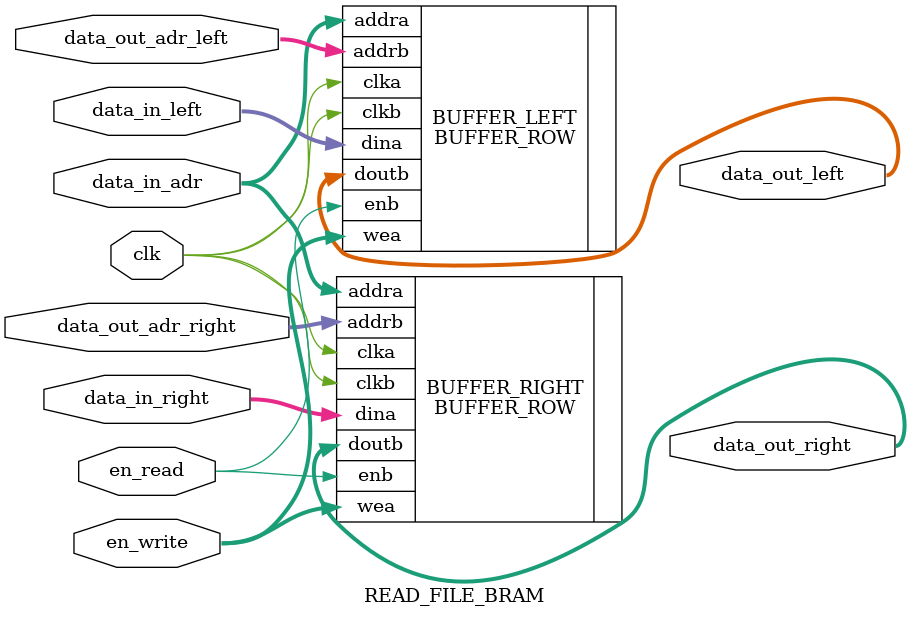
<source format=v>
`timescale 1ns / 1ps


module READ_FILE_BRAM(

            
  
            input   clk,
            input  [3:0]    en_write,
            input  [6 : 0]  data_in_adr,
            input  [63 : 0] data_in_left,
            input  [63 : 0] data_in_right,
            input           en_read,
            
            input  [9 : 0]  data_out_adr_left,
            input  [9 : 0]  data_out_adr_right,
            
            output [63 : 0] data_out_left,
            output [63 : 0] data_out_right    
   ); 

BUFFER_ROW BUFFER_LEFT(
      //port A write
      .clka(clk),            // input wire clka
      .wea(en_write),     // input wire [0 : 0] wea
      .addra(data_in_adr),     // input wire [15 : 0] addra
      .dina(data_in_left),      // input wire [7 : 0] dina
    //port B read
      .clkb(clk),            // input wire clkb
      .enb(en_read),      // input wire enb
      .addrb(data_out_adr_left),      // input wire [15 : 0] addrb
      .doutb(data_out_left)       // output wire [7 : 0] doutb
    );
    
BUFFER_ROW BUFFER_RIGHT(
          //port A write
          .clka(clk),            // input wire clka
          .wea(en_write),     // input wire [0 : 0] wea
          .addra(data_in_adr),     // input wire [15 : 0] addra
          .dina(data_in_right),      // input wire [7 : 0] dina
        //port B read
          .clkb(clk),            // input wire clkb
          .enb(en_read),      // input wire enb
          .addrb(data_out_adr_right),      // input wire [15 : 0] addrb
          .doutb(data_out_right)       // output wire [7 : 0] doutb
        );   
    
endmodule

</source>
